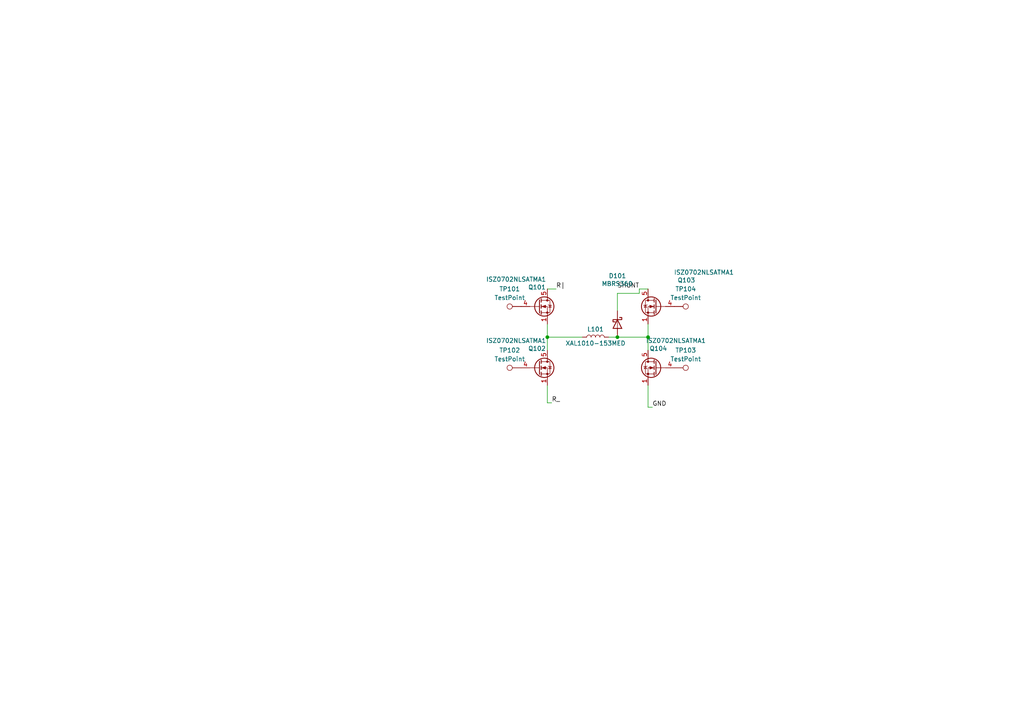
<source format=kicad_sch>
(kicad_sch (version 20231120) (generator "eeschema") (generator_version "8.0")
  (paper "A4")
  (lib_symbols
    (symbol "Connector:TestPoint" (pin_numbers hide) (pin_names (offset 0.762) hide)
      (property "Reference" "TP" (at 0 6.858 0))
      (property "Value" "TestPoint" (at 0 5.08 0))
      (symbol "TestPoint_0_1"
        (circle (center 0 3.302) (radius 0.762))
      )
      (symbol "TestPoint_1_1"
        (pin passive line (at 0 0 90) (length 2.54) (name "1") (number "1"))
      )
    )
    (symbol "Device:D_Schottky" (pin_numbers hide) (pin_names (offset 1.016) hide)
      (property "Reference" "D" (at 0 2.54 0))
      (property "Value" "D_Schottky" (at 0 -2.54 0))
      (symbol "D_Schottky_0_1"
        (polyline (pts (xy 1.27 0) (xy -1.27 0)))
        (polyline (pts (xy 1.27 1.27) (xy 1.27 -1.27) (xy -1.27 0) (xy 1.27 1.27)) (stroke (width 0.254)))
        (polyline (pts (xy -1.905 0.635) (xy -1.905 1.27) (xy -1.27 1.27) (xy -1.27 -1.27) (xy -0.635 -1.27) (xy -0.635 -0.635)) (stroke (width 0.254)))
      )
      (symbol "D_Schottky_1_1"
        (pin passive line (at -3.81 0 0) (length 2.54) (name "K") (number "1"))
        (pin passive line (at 3.81 0 180) (length 2.54) (name "A") (number "2"))
      )
    )
    (symbol "Device:L" (pin_numbers hide) (pin_names (offset 1.016) hide)
      (property "Reference" "L" (at -1.27 0 90))
      (property "Value" "L" (at 1.905 0 90))
      (symbol "L_0_1"
        (arc (start 0 -2.54) (mid 0.6323 -1.905) (end 0 -1.27))
        (arc (start 0 -1.27) (mid 0.6323 -0.635) (end 0 0))
        (arc (start 0 0) (mid 0.6323 0.635) (end 0 1.27))
        (arc (start 0 1.27) (mid 0.6323 1.905) (end 0 2.54))
      )
      (symbol "L_1_1"
        (pin passive line (at 0 3.81 270) (length 1.27) (name "1") (number "1"))
        (pin passive line (at 0 -3.81 90) (length 1.27) (name "2") (number "2"))
      )
    )
    (symbol "Transistor_FET:CSD18502Q5B" (pin_names hide)
      (property "Reference" "Q" (at 5.08 1.905 0))
      (property "Value" "CSD18502Q5B" (at 5.08 0 0))
      (symbol "CSD18502Q5B_0_1"
        (polyline (pts (xy 0.254 0) (xy -2.54 0)))
        (polyline (pts (xy 0.254 1.905) (xy 0.254 -1.905)) (stroke (width 0.254)))
        (polyline (pts (xy 0.762 -1.27) (xy 0.762 -2.286)) (stroke (width 0.254)))
        (polyline (pts (xy 0.762 0.508) (xy 0.762 -0.508)) (stroke (width 0.254)))
        (polyline (pts (xy 0.762 2.286) (xy 0.762 1.27)) (stroke (width 0.254)))
        (polyline (pts (xy 2.54 2.54) (xy 2.54 1.778)))
        (polyline (pts (xy 2.54 -2.54) (xy 2.54 0) (xy 0.762 0)))
        (polyline (pts (xy 0.762 -1.778) (xy 3.302 -1.778) (xy 3.302 1.778) (xy 0.762 1.778)))
        (polyline (pts (xy 1.016 0) (xy 2.032 0.381) (xy 2.032 -0.381) (xy 1.016 0)) (fill (type outline)))
        (polyline (pts (xy 2.794 0.508) (xy 2.921 0.381) (xy 3.683 0.381) (xy 3.81 0.254)))
        (polyline (pts (xy 3.302 0.381) (xy 2.921 -0.254) (xy 3.683 -0.254) (xy 3.302 0.381)))
        (circle (center 1.651 0) (radius 2.794) (stroke (width 0.254)))
        (circle (center 2.54 -1.778) (radius 0.254) (fill (type outline)))
        (circle (center 2.54 1.778) (radius 0.254) (fill (type outline)))
      )
      (symbol "CSD18502Q5B_1_1"
        (pin passive line (at 2.54 -5.08 90) (length 2.54) (name "S") (number "1"))
        (pin passive line (at 2.54 -5.08 90) (length 2.54) hide (name "S") (number "2"))
        (pin passive line (at 2.54 -5.08 90) (length 2.54) hide (name "S") (number "3"))
        (pin passive line (at -5.08 0 0) (length 2.54) (name "G") (number "4"))
        (pin passive line (at 2.54 5.08 270) (length 2.54) (name "D") (number "5"))
      )
    )
  )
  (junction (at 179.07 97.79))
  (junction (at 187.96 97.79))
  (junction (at 158.75 97.79))
  (wire (pts (xy 158.75 116.84) (xy 158.75 111.76)))
  (wire (pts (xy 158.75 83.82) (xy 161.29 83.82)))
  (wire (pts (xy 158.75 101.6) (xy 158.75 97.79)))
  (wire (pts (xy 176.53 97.79) (xy 179.07 97.79)))
  (wire (pts (xy 187.96 97.79) (xy 187.96 101.6)))
  (wire (pts (xy 189.23 118.11) (xy 187.96 118.11)))
  (wire (pts (xy 187.96 93.98) (xy 187.96 97.79)))
  (wire (pts (xy 185.42 85.09) (xy 185.42 83.82)))
  (wire (pts (xy 160.02 116.84) (xy 158.75 116.84)))
  (wire (pts (xy 185.42 83.82) (xy 187.96 83.82)))
  (wire (pts (xy 179.07 90.17) (xy 179.07 85.09)))
  (wire (pts (xy 179.07 85.09) (xy 185.42 85.09)))
  (wire (pts (xy 158.75 97.79) (xy 168.91 97.79)))
  (wire (pts (xy 187.96 118.11) (xy 187.96 111.76)))
  (wire (pts (xy 179.07 97.79) (xy 187.96 97.79)))
  (wire (pts (xy 158.75 93.98) (xy 158.75 97.79)))
  (label "SHUNT" (at 185.42 83.82 180))
  (label "GND" (at 189.23 118.11 0))
  (label "R_" (at 160.02 116.84 0))
  (label "R|" (at 161.29 83.82 0))
  (symbol (lib_id "Transistor_FET:CSD18502Q5B") (at 190.5 88.9 0) (mirror y) (unit 1)
    (property "Reference" "Q103" (at 201.676 81.28 0) (effects (justify left)))
    (property "Value" "ISZ0702NLSATMA1 " (at 213.868 78.994 0) (effects (justify left)))
    (property "Footprint" "personal:VSON-8_3.3x3.3mm_P0.65mm_NexFET_not_very_fucking_stupid_as_original" (effects (hide yes)))
    (property "Datasheet" "https://www.mouser.se/datasheet/2/196/Infineon_ISZ0702NLS_DataSheet_v02_00_EN-2507335.pdf" (effects (hide yes)))
    (property "Description" "60V 86A 4.5mOhm 25nC NMOS" (effects (hide yes)))
    (property "mouser" "726-ISZ0702NLSATMA1" (effects (hide yes)))
    (property "DONE" "FP_CHECK" (effects (hide yes)))
  )
  (symbol (lib_id "Transistor_FET:CSD18502Q5B") (at 156.21 88.9 0) (unit 1)
    (property "Reference" "Q101" (at 153.162 83.312 0) (effects (justify left)))
    (property "Value" "ISZ0702NLSATMA1 " (at 140.97 81.026 0) (effects (justify left)))
    (property "Footprint" "personal:VSON-8_3.3x3.3mm_P0.65mm_NexFET_not_very_fucking_stupid_as_original" (effects (hide yes)))
    (property "Datasheet" "https://www.mouser.se/datasheet/2/196/Infineon_ISZ0702NLS_DataSheet_v02_00_EN-2507335.pdf" (effects (hide yes)))
    (property "Description" "60V 86A 4.5mOhm 25nC NMOS" (effects (hide yes)))
    (property "mouser" "726-ISZ0702NLSATMA1" (effects (hide yes)))
    (property "DONE" "FP_CHECK" (effects (hide yes)))
  )
  (symbol (lib_id "Device:L") (at 172.72 97.79 90) (unit 1)
    (property "Reference" "L101" (at 172.72 95.504 90))
    (property "Value" "XAL1010-153MED" (at 172.72 99.568 90))
    (property "Footprint" "Inductor_SMD:L_Coilcraft_XAL1010-XXX" (effects (hide yes)))
    (property "Datasheet" "https://www.mouser.se/datasheet/2/597/xal1010-270716.pdf" (effects (hide yes)))
    (property "Description" "Inductor" (effects (hide yes)))
    (property "mouser" "994-XAL1010-153MED" (effects (hide yes)))
  )
  (symbol (lib_id "Transistor_FET:CSD18502Q5B") (at 156.21 106.68 0) (unit 1)
    (property "Reference" "Q102" (at 153.162 101.092 0) (effects (justify left)))
    (property "Value" "ISZ0702NLSATMA1 " (at 140.97 98.806 0) (effects (justify left)))
    (property "Footprint" "personal:VSON-8_3.3x3.3mm_P0.65mm_NexFET_not_very_fucking_stupid_as_original" (effects (hide yes)))
    (property "Datasheet" "https://www.mouser.se/datasheet/2/196/Infineon_ISZ0702NLS_DataSheet_v02_00_EN-2507335.pdf" (effects (hide yes)))
    (property "Description" "60V 86A 4.5mOhm 25nC NMOS" (effects (hide yes)))
    (property "mouser" "726-ISZ0702NLSATMA1" (effects (hide yes)))
    (property "DONE" "FP_CHECK" (effects (hide yes)))
  )
  (symbol (lib_id "Transistor_FET:CSD18502Q5B") (at 190.5 106.68 0) (mirror y) (unit 1)
    (property "Reference" "Q104" (at 193.548 101.092 0) (effects (justify left)))
    (property "Value" "ISZ0702NLSATMA1 " (at 205.74 98.806 0) (effects (justify left)))
    (property "Footprint" "personal:VSON-8_3.3x3.3mm_P0.65mm_NexFET_not_very_fucking_stupid_as_original" (effects (hide yes)))
    (property "Datasheet" "https://www.mouser.se/datasheet/2/196/Infineon_ISZ0702NLS_DataSheet_v02_00_EN-2507335.pdf" (effects (hide yes)))
    (property "Description" "60V 86A 4.5mOhm 25nC NMOS" (effects (hide yes)))
    (property "mouser" "726-ISZ0702NLSATMA1" (effects (hide yes)))
    (property "DONE" "FP_CHECK" (effects (hide yes)))
  )
  (symbol (lib_id "Connector:TestPoint") (at 151.13 88.9 90) (mirror x) (unit 1)
    (property "Reference" "TP101" (at 147.828 83.82 90))
    (property "Value" "TestPoint" (at 147.828 86.36 90))
    (property "Footprint" "TestPoint:TestPoint_Pad_2.0x2.0mm" (effects (hide yes)))
    (property "Description" "test point" (effects (hide yes)))
  )
  (symbol (lib_id "Connector:TestPoint") (at 195.58 88.9 270) (unit 1)
    (property "Reference" "TP104" (at 198.882 83.82 90))
    (property "Value" "TestPoint" (at 198.882 86.36 90))
    (property "Footprint" "TestPoint:TestPoint_Pad_2.0x2.0mm" (effects (hide yes)))
    (property "Description" "test point" (effects (hide yes)))
  )
  (symbol (lib_id "Connector:TestPoint") (at 195.58 106.68 270) (unit 1)
    (property "Reference" "TP103" (at 198.882 101.6 90))
    (property "Value" "TestPoint" (at 198.882 104.14 90))
    (property "Footprint" "TestPoint:TestPoint_Pad_2.0x2.0mm" (effects (hide yes)))
    (property "Description" "test point" (effects (hide yes)))
  )
  (symbol (lib_id "Connector:TestPoint") (at 151.13 106.68 90) (mirror x) (unit 1)
    (property "Reference" "TP102" (at 147.828 101.6 90))
    (property "Value" "TestPoint" (at 147.828 104.14 90))
    (property "Footprint" "TestPoint:TestPoint_Pad_2.0x2.0mm" (effects (hide yes)))
    (property "Description" "test point" (effects (hide yes)))
  )
  (symbol (lib_id "Device:D_Schottky") (at 179.07 93.98 270) (unit 1)
    (property "Reference" "D101" (at 176.53 80.01 90) (effects (justify left)))
    (property "Value" "MBRS360" (at 174.498 82.296 90) (effects (justify left)))
    (property "Footprint" "Diode_SMD:D_SMC" (effects (hide yes)))
    (property "Datasheet" "https://www.vishay.com/doc?95749" (effects (hide yes)))
    (property "Description" "Schottky diode" (effects (hide yes)))
    (property "mouser" "78-VS-MBRS360-M39AT" (effects (hide yes)))
  )
)
</source>
